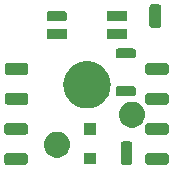
<source format=gbs>
%TF.GenerationSoftware,KiCad,Pcbnew,8.0.5*%
%TF.CreationDate,2024-09-21T17:11:46+02:00*%
%TF.ProjectId,keycap,6b657963-6170-42e6-9b69-6361645f7063,rev?*%
%TF.SameCoordinates,Original*%
%TF.FileFunction,Soldermask,Bot*%
%TF.FilePolarity,Negative*%
%FSLAX46Y46*%
G04 Gerber Fmt 4.6, Leading zero omitted, Abs format (unit mm)*
G04 Created by KiCad (PCBNEW 8.0.5) date 2024-09-21 17:11:46*
%MOMM*%
%LPD*%
G01*
G04 APERTURE LIST*
G04 APERTURE END LIST*
G36*
X124714047Y-118055685D02*
G01*
X124765408Y-118061644D01*
X124782954Y-118069391D01*
X124805671Y-118073910D01*
X124829991Y-118090160D01*
X124850793Y-118099345D01*
X124865000Y-118113552D01*
X124886777Y-118128103D01*
X124901327Y-118149879D01*
X124915534Y-118164086D01*
X124924718Y-118184886D01*
X124940970Y-118209209D01*
X124945489Y-118231928D01*
X124953235Y-118249471D01*
X124959192Y-118300820D01*
X124960000Y-118304880D01*
X124960000Y-119804880D01*
X124959192Y-119808939D01*
X124953235Y-119860288D01*
X124945489Y-119877830D01*
X124940970Y-119900551D01*
X124924716Y-119924875D01*
X124915534Y-119945673D01*
X124901329Y-119959877D01*
X124886777Y-119981657D01*
X124864997Y-119996209D01*
X124850793Y-120010414D01*
X124829995Y-120019596D01*
X124805671Y-120035850D01*
X124782950Y-120040369D01*
X124765408Y-120048115D01*
X124714061Y-120054072D01*
X124710000Y-120054880D01*
X124210000Y-120054880D01*
X124205941Y-120054072D01*
X124154591Y-120048115D01*
X124137048Y-120040369D01*
X124114329Y-120035850D01*
X124090006Y-120019598D01*
X124069206Y-120010414D01*
X124054999Y-119996207D01*
X124033223Y-119981657D01*
X124018672Y-119959880D01*
X124004465Y-119945673D01*
X123995280Y-119924871D01*
X123979030Y-119900551D01*
X123974511Y-119877834D01*
X123966764Y-119860288D01*
X123960805Y-119808929D01*
X123960000Y-119804880D01*
X123960000Y-118304880D01*
X123960804Y-118300833D01*
X123966764Y-118249471D01*
X123974511Y-118231923D01*
X123979030Y-118209209D01*
X123995278Y-118184890D01*
X124004465Y-118164086D01*
X124018674Y-118149876D01*
X124033223Y-118128103D01*
X124054996Y-118113554D01*
X124069206Y-118099345D01*
X124090010Y-118090158D01*
X124114329Y-118073910D01*
X124137043Y-118069391D01*
X124154591Y-118061644D01*
X124205952Y-118055685D01*
X124210000Y-118054880D01*
X124710000Y-118054880D01*
X124714047Y-118055685D01*
G37*
G36*
X115854047Y-119050805D02*
G01*
X115905408Y-119056764D01*
X115922954Y-119064511D01*
X115945671Y-119069030D01*
X115969991Y-119085280D01*
X115990793Y-119094465D01*
X116005000Y-119108672D01*
X116026777Y-119123223D01*
X116041327Y-119144999D01*
X116055534Y-119159206D01*
X116064718Y-119180006D01*
X116080970Y-119204329D01*
X116085489Y-119227048D01*
X116093235Y-119244591D01*
X116099192Y-119295940D01*
X116100000Y-119300000D01*
X116100000Y-119800000D01*
X116099192Y-119804059D01*
X116093235Y-119855408D01*
X116085489Y-119872950D01*
X116080970Y-119895671D01*
X116064716Y-119919995D01*
X116055534Y-119940793D01*
X116041329Y-119954997D01*
X116026777Y-119976777D01*
X116004997Y-119991329D01*
X115990793Y-120005534D01*
X115969995Y-120014716D01*
X115945671Y-120030970D01*
X115922950Y-120035489D01*
X115905408Y-120043235D01*
X115854061Y-120049192D01*
X115850000Y-120050000D01*
X114350000Y-120050000D01*
X114345941Y-120049192D01*
X114294591Y-120043235D01*
X114277048Y-120035489D01*
X114254329Y-120030970D01*
X114230006Y-120014718D01*
X114209206Y-120005534D01*
X114194999Y-119991327D01*
X114173223Y-119976777D01*
X114158672Y-119955000D01*
X114144465Y-119940793D01*
X114135280Y-119919991D01*
X114119030Y-119895671D01*
X114114511Y-119872954D01*
X114106764Y-119855408D01*
X114100805Y-119804049D01*
X114100000Y-119800000D01*
X114100000Y-119300000D01*
X114100804Y-119295953D01*
X114106764Y-119244591D01*
X114114511Y-119227043D01*
X114119030Y-119204329D01*
X114135278Y-119180010D01*
X114144465Y-119159206D01*
X114158674Y-119144996D01*
X114173223Y-119123223D01*
X114194996Y-119108674D01*
X114209206Y-119094465D01*
X114230010Y-119085278D01*
X114254329Y-119069030D01*
X114277043Y-119064511D01*
X114294591Y-119056764D01*
X114345952Y-119050805D01*
X114350000Y-119050000D01*
X115850000Y-119050000D01*
X115854047Y-119050805D01*
G37*
G36*
X127804047Y-119045905D02*
G01*
X127855408Y-119051864D01*
X127872954Y-119059611D01*
X127895671Y-119064130D01*
X127919991Y-119080380D01*
X127940793Y-119089565D01*
X127955000Y-119103772D01*
X127976777Y-119118323D01*
X127991327Y-119140099D01*
X128005534Y-119154306D01*
X128014718Y-119175106D01*
X128030970Y-119199429D01*
X128035489Y-119222148D01*
X128043235Y-119239691D01*
X128049192Y-119291040D01*
X128050000Y-119295100D01*
X128050000Y-119795100D01*
X128049192Y-119799159D01*
X128043235Y-119850508D01*
X128035489Y-119868050D01*
X128030970Y-119890771D01*
X128014716Y-119915095D01*
X128005534Y-119935893D01*
X127991329Y-119950097D01*
X127976777Y-119971877D01*
X127954997Y-119986429D01*
X127940793Y-120000634D01*
X127919995Y-120009816D01*
X127895671Y-120026070D01*
X127872950Y-120030589D01*
X127855408Y-120038335D01*
X127804061Y-120044292D01*
X127800000Y-120045100D01*
X126300000Y-120045100D01*
X126295941Y-120044292D01*
X126244591Y-120038335D01*
X126227048Y-120030589D01*
X126204329Y-120026070D01*
X126180006Y-120009818D01*
X126159206Y-120000634D01*
X126144999Y-119986427D01*
X126123223Y-119971877D01*
X126108672Y-119950100D01*
X126094465Y-119935893D01*
X126085280Y-119915091D01*
X126069030Y-119890771D01*
X126064511Y-119868054D01*
X126056764Y-119850508D01*
X126050805Y-119799149D01*
X126050000Y-119795100D01*
X126050000Y-119295100D01*
X126050804Y-119291053D01*
X126056764Y-119239691D01*
X126064511Y-119222143D01*
X126069030Y-119199429D01*
X126085278Y-119175110D01*
X126094465Y-119154306D01*
X126108674Y-119140096D01*
X126123223Y-119118323D01*
X126144996Y-119103774D01*
X126159206Y-119089565D01*
X126180010Y-119080378D01*
X126204329Y-119064130D01*
X126227043Y-119059611D01*
X126244591Y-119051864D01*
X126295952Y-119045905D01*
X126300000Y-119045100D01*
X127800000Y-119045100D01*
X127804047Y-119045905D01*
G37*
G36*
X121850000Y-120000000D02*
G01*
X120850000Y-120000000D01*
X120850000Y-119000000D01*
X121850000Y-119000000D01*
X121850000Y-120000000D01*
G37*
G36*
X118880929Y-117280592D02*
G01*
X119070212Y-117353920D01*
X119242798Y-117460781D01*
X119392810Y-117597535D01*
X119515139Y-117759525D01*
X119605619Y-117941234D01*
X119661170Y-118136476D01*
X119679900Y-118338600D01*
X119661170Y-118540724D01*
X119605619Y-118735966D01*
X119515139Y-118917675D01*
X119392810Y-119079665D01*
X119242798Y-119216419D01*
X119070212Y-119323280D01*
X118880929Y-119396608D01*
X118681395Y-119433908D01*
X118478405Y-119433908D01*
X118278871Y-119396608D01*
X118089588Y-119323280D01*
X117917002Y-119216419D01*
X117766990Y-119079665D01*
X117644661Y-118917675D01*
X117554181Y-118735966D01*
X117498630Y-118540724D01*
X117479900Y-118338600D01*
X117498630Y-118136476D01*
X117554181Y-117941234D01*
X117644661Y-117759525D01*
X117766990Y-117597535D01*
X117917002Y-117460781D01*
X118089588Y-117353920D01*
X118278871Y-117280592D01*
X118478405Y-117243292D01*
X118681395Y-117243292D01*
X118880929Y-117280592D01*
G37*
G36*
X115871927Y-116505905D02*
G01*
X115923288Y-116511864D01*
X115940834Y-116519611D01*
X115963551Y-116524130D01*
X115987871Y-116540380D01*
X116008673Y-116549565D01*
X116022880Y-116563772D01*
X116044657Y-116578323D01*
X116059207Y-116600099D01*
X116073414Y-116614306D01*
X116082598Y-116635106D01*
X116098850Y-116659429D01*
X116103369Y-116682148D01*
X116111115Y-116699691D01*
X116117072Y-116751040D01*
X116117880Y-116755100D01*
X116117880Y-117255100D01*
X116117072Y-117259159D01*
X116111115Y-117310508D01*
X116103369Y-117328050D01*
X116098850Y-117350771D01*
X116082596Y-117375095D01*
X116073414Y-117395893D01*
X116059209Y-117410097D01*
X116044657Y-117431877D01*
X116022877Y-117446429D01*
X116008673Y-117460634D01*
X115987875Y-117469816D01*
X115963551Y-117486070D01*
X115940830Y-117490589D01*
X115923288Y-117498335D01*
X115871941Y-117504292D01*
X115867880Y-117505100D01*
X114367880Y-117505100D01*
X114363821Y-117504292D01*
X114312471Y-117498335D01*
X114294928Y-117490589D01*
X114272209Y-117486070D01*
X114247886Y-117469818D01*
X114227086Y-117460634D01*
X114212879Y-117446427D01*
X114191103Y-117431877D01*
X114176552Y-117410100D01*
X114162345Y-117395893D01*
X114153160Y-117375091D01*
X114136910Y-117350771D01*
X114132391Y-117328054D01*
X114124644Y-117310508D01*
X114118685Y-117259149D01*
X114117880Y-117255100D01*
X114117880Y-116755100D01*
X114118684Y-116751053D01*
X114124644Y-116699691D01*
X114132391Y-116682143D01*
X114136910Y-116659429D01*
X114153158Y-116635110D01*
X114162345Y-116614306D01*
X114176554Y-116600096D01*
X114191103Y-116578323D01*
X114212876Y-116563774D01*
X114227086Y-116549565D01*
X114247890Y-116540378D01*
X114272209Y-116524130D01*
X114294923Y-116519611D01*
X114312471Y-116511864D01*
X114363832Y-116505905D01*
X114367880Y-116505100D01*
X115867880Y-116505100D01*
X115871927Y-116505905D01*
G37*
G36*
X121850000Y-117500000D02*
G01*
X120850000Y-117500000D01*
X120850000Y-116500000D01*
X121850000Y-116500000D01*
X121850000Y-117500000D01*
G37*
G36*
X127804047Y-116500805D02*
G01*
X127855408Y-116506764D01*
X127872954Y-116514511D01*
X127895671Y-116519030D01*
X127919991Y-116535280D01*
X127940793Y-116544465D01*
X127955000Y-116558672D01*
X127976777Y-116573223D01*
X127991327Y-116594999D01*
X128005534Y-116609206D01*
X128014718Y-116630006D01*
X128030970Y-116654329D01*
X128035489Y-116677048D01*
X128043235Y-116694591D01*
X128049192Y-116745940D01*
X128050000Y-116750000D01*
X128050000Y-117250000D01*
X128049192Y-117254059D01*
X128043235Y-117305408D01*
X128035489Y-117322950D01*
X128030970Y-117345671D01*
X128014716Y-117369995D01*
X128005534Y-117390793D01*
X127991329Y-117404997D01*
X127976777Y-117426777D01*
X127954997Y-117441329D01*
X127940793Y-117455534D01*
X127919995Y-117464716D01*
X127895671Y-117480970D01*
X127872950Y-117485489D01*
X127855408Y-117493235D01*
X127804061Y-117499192D01*
X127800000Y-117500000D01*
X126300000Y-117500000D01*
X126295941Y-117499192D01*
X126244591Y-117493235D01*
X126227048Y-117485489D01*
X126204329Y-117480970D01*
X126180006Y-117464718D01*
X126159206Y-117455534D01*
X126144999Y-117441327D01*
X126123223Y-117426777D01*
X126108672Y-117405000D01*
X126094465Y-117390793D01*
X126085280Y-117369991D01*
X126069030Y-117345671D01*
X126064511Y-117322954D01*
X126056764Y-117305408D01*
X126050805Y-117254049D01*
X126050000Y-117250000D01*
X126050000Y-116750000D01*
X126050804Y-116745953D01*
X126056764Y-116694591D01*
X126064511Y-116677043D01*
X126069030Y-116654329D01*
X126085278Y-116630010D01*
X126094465Y-116609206D01*
X126108674Y-116594996D01*
X126123223Y-116573223D01*
X126144996Y-116558674D01*
X126159206Y-116544465D01*
X126180010Y-116535278D01*
X126204329Y-116519030D01*
X126227043Y-116514511D01*
X126244591Y-116506764D01*
X126295952Y-116500805D01*
X126300000Y-116500000D01*
X127800000Y-116500000D01*
X127804047Y-116500805D01*
G37*
G36*
X125230929Y-114740592D02*
G01*
X125420212Y-114813920D01*
X125592798Y-114920781D01*
X125742810Y-115057535D01*
X125865139Y-115219525D01*
X125955619Y-115401234D01*
X126011170Y-115596476D01*
X126029900Y-115798600D01*
X126011170Y-116000724D01*
X125955619Y-116195966D01*
X125865139Y-116377675D01*
X125742810Y-116539665D01*
X125592798Y-116676419D01*
X125420212Y-116783280D01*
X125230929Y-116856608D01*
X125031395Y-116893908D01*
X124828405Y-116893908D01*
X124628871Y-116856608D01*
X124439588Y-116783280D01*
X124267002Y-116676419D01*
X124116990Y-116539665D01*
X123994661Y-116377675D01*
X123904181Y-116195966D01*
X123848630Y-116000724D01*
X123829900Y-115798600D01*
X123848630Y-115596476D01*
X123904181Y-115401234D01*
X123994661Y-115219525D01*
X124116990Y-115057535D01*
X124267002Y-114920781D01*
X124439588Y-114813920D01*
X124628871Y-114740592D01*
X124828405Y-114703292D01*
X125031395Y-114703292D01*
X125230929Y-114740592D01*
G37*
G36*
X121186720Y-111263379D02*
G01*
X121256379Y-111263379D01*
X121331951Y-111273766D01*
X121404530Y-111278957D01*
X121464270Y-111291952D01*
X121526784Y-111300545D01*
X121606704Y-111322937D01*
X121683365Y-111339614D01*
X121735118Y-111358917D01*
X121789618Y-111374187D01*
X121872009Y-111409974D01*
X121950730Y-111439336D01*
X121993997Y-111462961D01*
X122039978Y-111482934D01*
X122122698Y-111533237D01*
X122201182Y-111576093D01*
X122235864Y-111602056D01*
X122273191Y-111624755D01*
X122353906Y-111690421D01*
X122429621Y-111747101D01*
X122456002Y-111773482D01*
X122484928Y-111797015D01*
X122561165Y-111878645D01*
X122631399Y-111948879D01*
X122650140Y-111973914D01*
X122671231Y-111996497D01*
X122740403Y-112094491D01*
X122802407Y-112177318D01*
X122814491Y-112199449D01*
X122828640Y-112219493D01*
X122888166Y-112334374D01*
X122939164Y-112427770D01*
X122945855Y-112445710D01*
X122954214Y-112461842D01*
X123001545Y-112595020D01*
X123038886Y-112695135D01*
X123041663Y-112707904D01*
X123045621Y-112719039D01*
X123078395Y-112876757D01*
X123099543Y-112973970D01*
X123100039Y-112980912D01*
X123101156Y-112986285D01*
X123117216Y-113221082D01*
X123119900Y-113258600D01*
X123117216Y-113296120D01*
X123101156Y-113530914D01*
X123100039Y-113536286D01*
X123099543Y-113543230D01*
X123078391Y-113640463D01*
X123045621Y-113798160D01*
X123041664Y-113809292D01*
X123038886Y-113822065D01*
X123001537Y-113922199D01*
X122954214Y-114055357D01*
X122945856Y-114071485D01*
X122939164Y-114089430D01*
X122888156Y-114182843D01*
X122828640Y-114297706D01*
X122814494Y-114317745D01*
X122802407Y-114339882D01*
X122740391Y-114422724D01*
X122671231Y-114520702D01*
X122650144Y-114543280D01*
X122631399Y-114568321D01*
X122561151Y-114638568D01*
X122484928Y-114720184D01*
X122456007Y-114743712D01*
X122429621Y-114770099D01*
X122353890Y-114826790D01*
X122273191Y-114892444D01*
X122235871Y-114915138D01*
X122201182Y-114941107D01*
X122122682Y-114983971D01*
X122039978Y-115034265D01*
X121994006Y-115054233D01*
X121950730Y-115077864D01*
X121871993Y-115107231D01*
X121789618Y-115143012D01*
X121735129Y-115158278D01*
X121683365Y-115177586D01*
X121606688Y-115194265D01*
X121526784Y-115216654D01*
X121464280Y-115225245D01*
X121404530Y-115238243D01*
X121331947Y-115243434D01*
X121256379Y-115253821D01*
X121186720Y-115253821D01*
X121119900Y-115258600D01*
X121053080Y-115253821D01*
X120983421Y-115253821D01*
X120907852Y-115243434D01*
X120835270Y-115238243D01*
X120775521Y-115225245D01*
X120713015Y-115216654D01*
X120633106Y-115194265D01*
X120556435Y-115177586D01*
X120504673Y-115158279D01*
X120450181Y-115143012D01*
X120367799Y-115107228D01*
X120289070Y-115077864D01*
X120245797Y-115054235D01*
X120199821Y-115034265D01*
X120117107Y-114983965D01*
X120038618Y-114941107D01*
X120003932Y-114915141D01*
X119966608Y-114892444D01*
X119885896Y-114826780D01*
X119810179Y-114770099D01*
X119783796Y-114743716D01*
X119754871Y-114720184D01*
X119678633Y-114638553D01*
X119608401Y-114568321D01*
X119589659Y-114543285D01*
X119568568Y-114520702D01*
X119499391Y-114422701D01*
X119437393Y-114339882D01*
X119425309Y-114317751D01*
X119411159Y-114297706D01*
X119351624Y-114182807D01*
X119300636Y-114089430D01*
X119293945Y-114071492D01*
X119285585Y-114055357D01*
X119238241Y-113922142D01*
X119200914Y-113822065D01*
X119198137Y-113809300D01*
X119194178Y-113798160D01*
X119161386Y-113640361D01*
X119140257Y-113543230D01*
X119139760Y-113536293D01*
X119138643Y-113530914D01*
X119122560Y-113295800D01*
X119119900Y-113258600D01*
X119122560Y-113221402D01*
X119138643Y-112986285D01*
X119139761Y-112980904D01*
X119140257Y-112973970D01*
X119161381Y-112876860D01*
X119194178Y-112719039D01*
X119198137Y-112707897D01*
X119200914Y-112695135D01*
X119238233Y-112595077D01*
X119285585Y-112461842D01*
X119293946Y-112445703D01*
X119300636Y-112427770D01*
X119351613Y-112334410D01*
X119411159Y-112219493D01*
X119425311Y-112199443D01*
X119437393Y-112177318D01*
X119499378Y-112094515D01*
X119568568Y-111996497D01*
X119589663Y-111973908D01*
X119608401Y-111948879D01*
X119678619Y-111878660D01*
X119754871Y-111797015D01*
X119783802Y-111773477D01*
X119810179Y-111747101D01*
X119885881Y-111690430D01*
X119966608Y-111624755D01*
X120003939Y-111602052D01*
X120038618Y-111576093D01*
X120117091Y-111533243D01*
X120199821Y-111482934D01*
X120245806Y-111462959D01*
X120289070Y-111439336D01*
X120367783Y-111409977D01*
X120450181Y-111374187D01*
X120504684Y-111358916D01*
X120556435Y-111339614D01*
X120633090Y-111322938D01*
X120713015Y-111300545D01*
X120775530Y-111291952D01*
X120835270Y-111278957D01*
X120907847Y-111273766D01*
X120983421Y-111263379D01*
X121053080Y-111263379D01*
X121119900Y-111258600D01*
X121186720Y-111263379D01*
G37*
G36*
X127804047Y-113965905D02*
G01*
X127855408Y-113971864D01*
X127872954Y-113979611D01*
X127895671Y-113984130D01*
X127919991Y-114000380D01*
X127940793Y-114009565D01*
X127955000Y-114023772D01*
X127976777Y-114038323D01*
X127991327Y-114060099D01*
X128005534Y-114074306D01*
X128014718Y-114095106D01*
X128030970Y-114119429D01*
X128035489Y-114142148D01*
X128043235Y-114159691D01*
X128049192Y-114211040D01*
X128050000Y-114215100D01*
X128050000Y-114715100D01*
X128049192Y-114719159D01*
X128043235Y-114770508D01*
X128035489Y-114788050D01*
X128030970Y-114810771D01*
X128014716Y-114835095D01*
X128005534Y-114855893D01*
X127991329Y-114870097D01*
X127976777Y-114891877D01*
X127954997Y-114906429D01*
X127940793Y-114920634D01*
X127919995Y-114929816D01*
X127895671Y-114946070D01*
X127872950Y-114950589D01*
X127855408Y-114958335D01*
X127804061Y-114964292D01*
X127800000Y-114965100D01*
X126300000Y-114965100D01*
X126295941Y-114964292D01*
X126244591Y-114958335D01*
X126227048Y-114950589D01*
X126204329Y-114946070D01*
X126180006Y-114929818D01*
X126159206Y-114920634D01*
X126144999Y-114906427D01*
X126123223Y-114891877D01*
X126108672Y-114870100D01*
X126094465Y-114855893D01*
X126085280Y-114835091D01*
X126069030Y-114810771D01*
X126064511Y-114788054D01*
X126056764Y-114770508D01*
X126050805Y-114719149D01*
X126050000Y-114715100D01*
X126050000Y-114215100D01*
X126050804Y-114211053D01*
X126056764Y-114159691D01*
X126064511Y-114142143D01*
X126069030Y-114119429D01*
X126085278Y-114095110D01*
X126094465Y-114074306D01*
X126108674Y-114060096D01*
X126123223Y-114038323D01*
X126144996Y-114023774D01*
X126159206Y-114009565D01*
X126180010Y-114000378D01*
X126204329Y-113984130D01*
X126227043Y-113979611D01*
X126244591Y-113971864D01*
X126295952Y-113965905D01*
X126300000Y-113965100D01*
X127800000Y-113965100D01*
X127804047Y-113965905D01*
G37*
G36*
X115904047Y-113950665D02*
G01*
X115955408Y-113956624D01*
X115972954Y-113964371D01*
X115995671Y-113968890D01*
X116019991Y-113985140D01*
X116040793Y-113994325D01*
X116055000Y-114008532D01*
X116076777Y-114023083D01*
X116091327Y-114044859D01*
X116105534Y-114059066D01*
X116114718Y-114079866D01*
X116130970Y-114104189D01*
X116135489Y-114126908D01*
X116143235Y-114144451D01*
X116149192Y-114195800D01*
X116150000Y-114199860D01*
X116150000Y-114699860D01*
X116149192Y-114703919D01*
X116143235Y-114755268D01*
X116135489Y-114772810D01*
X116130970Y-114795531D01*
X116114716Y-114819855D01*
X116105534Y-114840653D01*
X116091329Y-114854857D01*
X116076777Y-114876637D01*
X116054997Y-114891189D01*
X116040793Y-114905394D01*
X116019995Y-114914576D01*
X115995671Y-114930830D01*
X115972950Y-114935349D01*
X115955408Y-114943095D01*
X115904061Y-114949052D01*
X115900000Y-114949860D01*
X114400000Y-114949860D01*
X114395941Y-114949052D01*
X114344591Y-114943095D01*
X114327048Y-114935349D01*
X114304329Y-114930830D01*
X114280006Y-114914578D01*
X114259206Y-114905394D01*
X114244999Y-114891187D01*
X114223223Y-114876637D01*
X114208672Y-114854860D01*
X114194465Y-114840653D01*
X114185280Y-114819851D01*
X114169030Y-114795531D01*
X114164511Y-114772814D01*
X114156764Y-114755268D01*
X114150805Y-114703909D01*
X114150000Y-114699860D01*
X114150000Y-114199860D01*
X114150804Y-114195813D01*
X114156764Y-114144451D01*
X114164511Y-114126903D01*
X114169030Y-114104189D01*
X114185278Y-114079870D01*
X114194465Y-114059066D01*
X114208674Y-114044856D01*
X114223223Y-114023083D01*
X114244996Y-114008534D01*
X114259206Y-113994325D01*
X114280010Y-113985138D01*
X114304329Y-113968890D01*
X114327043Y-113964371D01*
X114344591Y-113956624D01*
X114395952Y-113950665D01*
X114400000Y-113949860D01*
X115900000Y-113949860D01*
X115904047Y-113950665D01*
G37*
G36*
X125123450Y-113405605D02*
G01*
X125189957Y-113450043D01*
X125234395Y-113516550D01*
X125250000Y-113595000D01*
X125250000Y-114005000D01*
X125234395Y-114083450D01*
X125189957Y-114149957D01*
X125123450Y-114194395D01*
X125045000Y-114210000D01*
X123755000Y-114210000D01*
X123676550Y-114194395D01*
X123610043Y-114149957D01*
X123565605Y-114083450D01*
X123550000Y-114005000D01*
X123550000Y-113595000D01*
X123565605Y-113516550D01*
X123610043Y-113450043D01*
X123676550Y-113405605D01*
X123755000Y-113390000D01*
X125045000Y-113390000D01*
X125123450Y-113405605D01*
G37*
G36*
X115917647Y-111425905D02*
G01*
X115969008Y-111431864D01*
X115986554Y-111439611D01*
X116009271Y-111444130D01*
X116033591Y-111460380D01*
X116054393Y-111469565D01*
X116068600Y-111483772D01*
X116090377Y-111498323D01*
X116104927Y-111520099D01*
X116119134Y-111534306D01*
X116128318Y-111555106D01*
X116144570Y-111579429D01*
X116149089Y-111602148D01*
X116156835Y-111619691D01*
X116162792Y-111671040D01*
X116163600Y-111675100D01*
X116163600Y-112175100D01*
X116162792Y-112179159D01*
X116156835Y-112230508D01*
X116149089Y-112248050D01*
X116144570Y-112270771D01*
X116128316Y-112295095D01*
X116119134Y-112315893D01*
X116104929Y-112330097D01*
X116090377Y-112351877D01*
X116068597Y-112366429D01*
X116054393Y-112380634D01*
X116033595Y-112389816D01*
X116009271Y-112406070D01*
X115986550Y-112410589D01*
X115969008Y-112418335D01*
X115917661Y-112424292D01*
X115913600Y-112425100D01*
X114413600Y-112425100D01*
X114409541Y-112424292D01*
X114358191Y-112418335D01*
X114340648Y-112410589D01*
X114317929Y-112406070D01*
X114293606Y-112389818D01*
X114272806Y-112380634D01*
X114258599Y-112366427D01*
X114236823Y-112351877D01*
X114222272Y-112330100D01*
X114208065Y-112315893D01*
X114198880Y-112295091D01*
X114182630Y-112270771D01*
X114178111Y-112248054D01*
X114170364Y-112230508D01*
X114164405Y-112179149D01*
X114163600Y-112175100D01*
X114163600Y-111675100D01*
X114164404Y-111671053D01*
X114170364Y-111619691D01*
X114178111Y-111602143D01*
X114182630Y-111579429D01*
X114198878Y-111555110D01*
X114208065Y-111534306D01*
X114222274Y-111520096D01*
X114236823Y-111498323D01*
X114258596Y-111483774D01*
X114272806Y-111469565D01*
X114293610Y-111460378D01*
X114317929Y-111444130D01*
X114340643Y-111439611D01*
X114358191Y-111431864D01*
X114409552Y-111425905D01*
X114413600Y-111425100D01*
X115913600Y-111425100D01*
X115917647Y-111425905D01*
G37*
G36*
X127804047Y-111425905D02*
G01*
X127855408Y-111431864D01*
X127872954Y-111439611D01*
X127895671Y-111444130D01*
X127919991Y-111460380D01*
X127940793Y-111469565D01*
X127955000Y-111483772D01*
X127976777Y-111498323D01*
X127991327Y-111520099D01*
X128005534Y-111534306D01*
X128014718Y-111555106D01*
X128030970Y-111579429D01*
X128035489Y-111602148D01*
X128043235Y-111619691D01*
X128049192Y-111671040D01*
X128050000Y-111675100D01*
X128050000Y-112175100D01*
X128049192Y-112179159D01*
X128043235Y-112230508D01*
X128035489Y-112248050D01*
X128030970Y-112270771D01*
X128014716Y-112295095D01*
X128005534Y-112315893D01*
X127991329Y-112330097D01*
X127976777Y-112351877D01*
X127954997Y-112366429D01*
X127940793Y-112380634D01*
X127919995Y-112389816D01*
X127895671Y-112406070D01*
X127872950Y-112410589D01*
X127855408Y-112418335D01*
X127804061Y-112424292D01*
X127800000Y-112425100D01*
X126300000Y-112425100D01*
X126295941Y-112424292D01*
X126244591Y-112418335D01*
X126227048Y-112410589D01*
X126204329Y-112406070D01*
X126180006Y-112389818D01*
X126159206Y-112380634D01*
X126144999Y-112366427D01*
X126123223Y-112351877D01*
X126108672Y-112330100D01*
X126094465Y-112315893D01*
X126085280Y-112295091D01*
X126069030Y-112270771D01*
X126064511Y-112248054D01*
X126056764Y-112230508D01*
X126050805Y-112179149D01*
X126050000Y-112175100D01*
X126050000Y-111675100D01*
X126050804Y-111671053D01*
X126056764Y-111619691D01*
X126064511Y-111602143D01*
X126069030Y-111579429D01*
X126085278Y-111555110D01*
X126094465Y-111534306D01*
X126108674Y-111520096D01*
X126123223Y-111498323D01*
X126144996Y-111483774D01*
X126159206Y-111469565D01*
X126180010Y-111460378D01*
X126204329Y-111444130D01*
X126227043Y-111439611D01*
X126244591Y-111431864D01*
X126295952Y-111425905D01*
X126300000Y-111425100D01*
X127800000Y-111425100D01*
X127804047Y-111425905D01*
G37*
G36*
X125123450Y-110205605D02*
G01*
X125189957Y-110250043D01*
X125234395Y-110316550D01*
X125250000Y-110395000D01*
X125250000Y-110805000D01*
X125234395Y-110883450D01*
X125189957Y-110949957D01*
X125123450Y-110994395D01*
X125045000Y-111010000D01*
X123755000Y-111010000D01*
X123676550Y-110994395D01*
X123610043Y-110949957D01*
X123565605Y-110883450D01*
X123550000Y-110805000D01*
X123550000Y-110395000D01*
X123565605Y-110316550D01*
X123610043Y-110250043D01*
X123676550Y-110205605D01*
X123755000Y-110190000D01*
X125045000Y-110190000D01*
X125123450Y-110205605D01*
G37*
G36*
X119400000Y-109360000D02*
G01*
X117700000Y-109360000D01*
X117700000Y-108540000D01*
X119400000Y-108540000D01*
X119400000Y-109360000D01*
G37*
G36*
X124500000Y-109360000D02*
G01*
X122800000Y-109360000D01*
X122800000Y-108540000D01*
X124500000Y-108540000D01*
X124500000Y-109360000D01*
G37*
G36*
X127154047Y-106452965D02*
G01*
X127205408Y-106458924D01*
X127222954Y-106466671D01*
X127245671Y-106471190D01*
X127269991Y-106487440D01*
X127290793Y-106496625D01*
X127305000Y-106510832D01*
X127326777Y-106525383D01*
X127341327Y-106547159D01*
X127355534Y-106561366D01*
X127364718Y-106582166D01*
X127380970Y-106606489D01*
X127385489Y-106629208D01*
X127393235Y-106646751D01*
X127399192Y-106698100D01*
X127400000Y-106702160D01*
X127400000Y-108202160D01*
X127399192Y-108206219D01*
X127393235Y-108257568D01*
X127385489Y-108275110D01*
X127380970Y-108297831D01*
X127364716Y-108322155D01*
X127355534Y-108342953D01*
X127341329Y-108357157D01*
X127326777Y-108378937D01*
X127304997Y-108393489D01*
X127290793Y-108407694D01*
X127269995Y-108416876D01*
X127245671Y-108433130D01*
X127222950Y-108437649D01*
X127205408Y-108445395D01*
X127154061Y-108451352D01*
X127150000Y-108452160D01*
X126650000Y-108452160D01*
X126645941Y-108451352D01*
X126594591Y-108445395D01*
X126577048Y-108437649D01*
X126554329Y-108433130D01*
X126530006Y-108416878D01*
X126509206Y-108407694D01*
X126494999Y-108393487D01*
X126473223Y-108378937D01*
X126458672Y-108357160D01*
X126444465Y-108342953D01*
X126435280Y-108322151D01*
X126419030Y-108297831D01*
X126414511Y-108275114D01*
X126406764Y-108257568D01*
X126400805Y-108206209D01*
X126400000Y-108202160D01*
X126400000Y-106702160D01*
X126400804Y-106698113D01*
X126406764Y-106646751D01*
X126414511Y-106629203D01*
X126419030Y-106606489D01*
X126435278Y-106582170D01*
X126444465Y-106561366D01*
X126458674Y-106547156D01*
X126473223Y-106525383D01*
X126494996Y-106510834D01*
X126509206Y-106496625D01*
X126530010Y-106487438D01*
X126554329Y-106471190D01*
X126577043Y-106466671D01*
X126594591Y-106458924D01*
X126645952Y-106452965D01*
X126650000Y-106452160D01*
X127150000Y-106452160D01*
X127154047Y-106452965D01*
G37*
G36*
X119273450Y-107055605D02*
G01*
X119339957Y-107100043D01*
X119384395Y-107166550D01*
X119400000Y-107245000D01*
X119400000Y-107655000D01*
X119384395Y-107733450D01*
X119339957Y-107799957D01*
X119273450Y-107844395D01*
X119195000Y-107860000D01*
X117905000Y-107860000D01*
X117826550Y-107844395D01*
X117760043Y-107799957D01*
X117715605Y-107733450D01*
X117700000Y-107655000D01*
X117700000Y-107245000D01*
X117715605Y-107166550D01*
X117760043Y-107100043D01*
X117826550Y-107055605D01*
X117905000Y-107040000D01*
X119195000Y-107040000D01*
X119273450Y-107055605D01*
G37*
G36*
X124500000Y-107860000D02*
G01*
X122800000Y-107860000D01*
X122800000Y-107040000D01*
X124500000Y-107040000D01*
X124500000Y-107860000D01*
G37*
M02*

</source>
